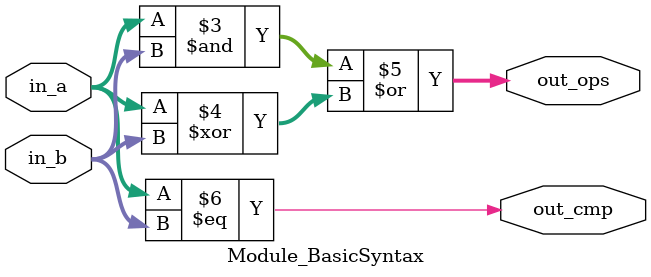
<source format=sv>
module Module_BasicSyntax (
    input logic [7:0] in_a,
    input logic [7:0] in_b,
    output logic out_cmp,
    output logic [7:0] out_ops
);
    logic [7:0] temp;
    always_comb begin
        temp = in_a + in_b;
    end
    assign out_ops = (in_a & in_b) | (in_a ^ in_b);
    assign out_cmp = (in_a == in_b);
endmodule


</source>
